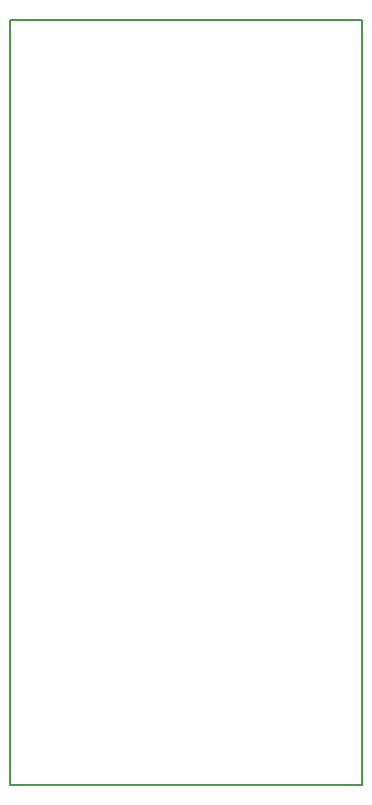
<source format=gm1>
G04 #@! TF.GenerationSoftware,KiCad,Pcbnew,(5.0.0)*
G04 #@! TF.CreationDate,2018-10-16T17:28:41+01:00*
G04 #@! TF.ProjectId,Motor_Toshiba_Shield,4D6F746F725F546F73686962615F5368,rev?*
G04 #@! TF.SameCoordinates,Original*
G04 #@! TF.FileFunction,Profile,NP*
%FSLAX46Y46*%
G04 Gerber Fmt 4.6, Leading zero omitted, Abs format (unit mm)*
G04 Created by KiCad (PCBNEW (5.0.0)) date 10/16/18 17:28:41*
%MOMM*%
%LPD*%
G01*
G04 APERTURE LIST*
%ADD10C,0.150000*%
G04 APERTURE END LIST*
D10*
X107315000Y-127000000D02*
X107315000Y-62230000D01*
X137160000Y-127000000D02*
X107315000Y-127000000D01*
X137160000Y-62230000D02*
X137160000Y-127000000D01*
X107315000Y-62230000D02*
X137160000Y-62230000D01*
M02*

</source>
